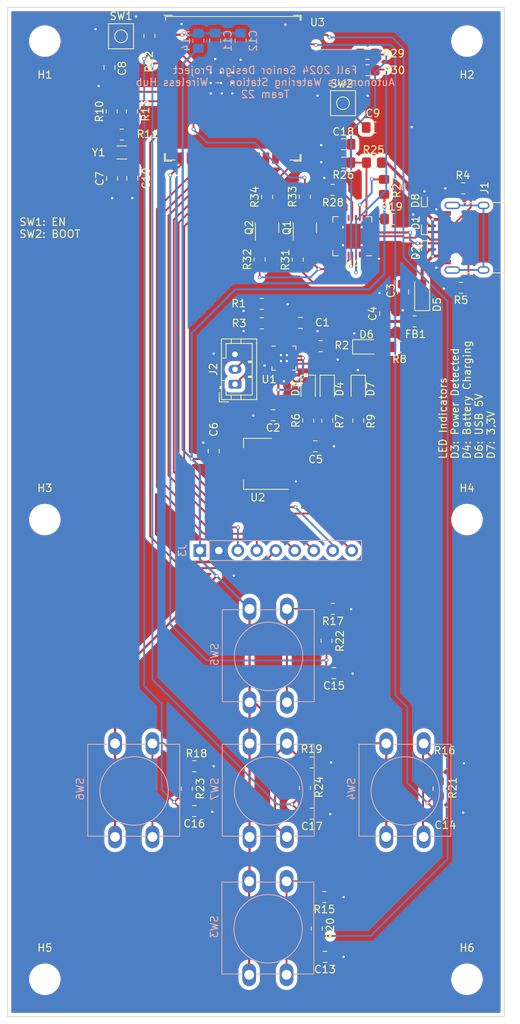
<source format=kicad_pcb>
(kicad_pcb (version 20211014) (generator pcbnew)
  (layers (0 "F.Cu" signal) (31 "B.Cu" signal) (34 "B.Paste" user) (35 "F.Paste" user) (36 "B.SilkS" user "B.Silkscreen") (37 "F.SilkS" user "F.Silkscreen") (38 "B.Mask" user) (39 "F.Mask" user) (44 "Edge.Cuts" user))
  (net 0 "")
  (net 1 "GND")
  (net 2 "+5V")
  (net 3 "5V_MASTER")
  (net 4 "VBUS")
  (net 5 "+3V3")
  (net 6 "Net-(C7-Pad1)")
  (net 7 "ENABLE")
  (net 8 "BOOT")
  (net 9 "Net-(C10-Pad1)")
  (net 10 "3.3V_EN")
  (net 11 "SWITCH0")
  (net 12 "SWITCH1")
  (net 13 "SWITCH2")
  (net 14 "SWITCH3")
  (net 15 "SWITCH4")
  (net 16 "Net-(C18-Pad2)")
  (net 17 "USB_D+")
  (net 18 "USB_D-")
  (net 19 "Net-(D3-Pad1)")
  (net 20 "Net-(D3-Pad2)")
  (net 21 "Net-(D4-Pad1)")
  (net 22 "Net-(D4-Pad2)")
  (net 23 "Net-(D5-Pad1)")
  (net 24 "Net-(D6-Pad2)")
  (net 25 "Net-(D7-Pad2)")
  (net 26 "unconnected-(J1-PadS1)")
  (net 27 "Net-(J1-PadA5)")
  (net 29 "Net-(J1-PadB5)")
  (net 31 "Net-(J2-Pad1)")
  (net 32 "Net-(J2-Pad2)")
  (net 33 "DISP.CS")
  (net 34 "DISP.RESET")
  (net 35 "DISP.DC")
  (net 36 "DISP.SDI")
  (net 37 "DISP.SCK")
  (net 38 "DISP.LED")
  (net 39 "Net-(Q1-Pad1)")
  (net 40 "RTS")
  (net 41 "Net-(Q1-Pad3)")
  (net 42 "Net-(Q2-Pad1)")
  (net 43 "DTR")
  (net 44 "Net-(Q2-Pad3)")
  (net 45 "Net-(R1-Pad1)")
  (net 46 "Net-(R2-Pad1)")
  (net 47 "Net-(R3-Pad1)")
  (net 48 "OSC+")
  (net 49 "OSC-")
  (net 50 "Net-(R15-Pad2)")
  (net 51 "Net-(R16-Pad2)")
  (net 52 "Net-(R17-Pad2)")
  (net 53 "Net-(R18-Pad2)")
  (net 54 "Net-(R19-Pad2)")
  (net 55 "Net-(R27-Pad2)")
  (net 56 "Net-(R28-Pad2)")
  (net 57 "Net-(R29-Pad2)")
  (net 58 "Net-(R30-Pad2)")
  (net 66 "DISP.SDO")
  (net 95 "UART_RX")
  (net 96 "ESP_RX")
  (footprint "Diode_SMD:D_SOD-123F" (layer "F.Cu") (at 133 63.85 90)
    (fp_text reference "D5")
    (fp_text value "40V")
  )
  (footprint "Connector_USB:USB_C_Receptacle_HRO_TYPE-C-31-M-12" (layer "F.Cu") (at 140.16 56.3 90)
    (fp_text reference "J1")
    (fp_text value "USB_C_Receptacle_USB2.0")
  )
  (footprint "Capacitor_SMD:C_0805_2012Metric_Pad1.18x1.45mm_HandSolder" (layer "F.Cu") (at 116.7 67.7 180)
    (fp_text reference "C1")
    (fp_text value "1u")
  )
  (footprint "Diode_SMD:D_SOD-923" (layer "F.Cu") (at 133.3 51.35 90)
    (fp_text reference "D8")
    (fp_text value "ESD9B5.0ST5G")
  )
  (footprint "Resistor_SMD:R_0805_2012Metric_Pad1.20x1.40mm_HandSolder" (layer "F.Cu") (at 111.55 65.15 180)
    (fp_text reference "R1")
    (fp_text value "4.12k")
  )
  (footprint "Capacitor_SMD:C_0805_2012Metric_Pad1.18x1.45mm_HandSolder" (layer "F.Cu") (at 128.05 66.45 90)
    (fp_text reference "C4")
    (fp_text value "0.1u")
  )
  (footprint "Resistor_SMD:R_0805_2012Metric_Pad1.20x1.40mm_HandSolder" (layer "F.Cu") (at 121.05 105.95 180)
    (fp_text reference "R17")
    (fp_text value "10k")
  )
  (footprint "Diode_SMD:D_SOD-923" (layer "F.Cu") (at 133.3 57.5 -90)
    (fp_text reference "D2")
    (fp_text value "ESD9B5.0ST5G")
  )
  (footprint "JLCPCB_Components:Switch_Small" (layer "F.Cu") (at 122.4 38.3)
    (fp_text reference "SW2")
    (fp_text value "SW_Push")
  )
  (footprint "Package_DFN_QFN:QFN-28-1EP_5x5mm_P0.5mm_EP3.35x3.35mm" (layer "F.Cu") (at 123.65 56.1 180)
    (fp_text reference "U4")
    (fp_text value "CP2102N-Axx-xQFN28")
  )
  (footprint "Resistor_SMD:R_0805_2012Metric_Pad1.20x1.40mm_HandSolder" (layer "F.Cu") (at 124.45 80.75 90)
    (fp_text reference "R9")
    (fp_text value "300")
  )
  (footprint "Resistor_SMD:R_0805_2012Metric_Pad1.20x1.40mm_HandSolder" (layer "F.Cu") (at 102.5 127 180)
    (fp_text reference "R18")
    (fp_text value "10k")
  )
  (footprint "Capacitor_SMD:C_0805_2012Metric_Pad1.18x1.45mm_HandSolder" (layer "F.Cu") (at 122.45 43.8)
    (fp_text reference "C18")
    (fp_text value "1u")
  )
  (footprint "Package_TO_SOT_SMD:SOT-23" (layer "F.Cu") (at 112.25 54.95 90)
    (fp_text reference "Q2")
    (fp_text value "BC818")
  )
  (footprint "Package_TO_SOT_SMD:SOT-23" (layer "F.Cu") (at 117.3 54.95 90)
    (fp_text reference "Q1")
    (fp_text value "BC818")
  )
  (footprint "LED_SMD:LED_0805_2012Metric_Pad1.15x1.40mm_HandSolder" (layer "F.Cu") (at 125.55 70.9)
    (fp_text reference "D6")
    (fp_text value "LED")
  )
  (footprint "Resistor_SMD:R_0805_2012Metric_Pad1.20x1.40mm_HandSolder" (layer "F.Cu") (at 101.5 130 90)
    (fp_text reference "R23")
    (fp_text value "10k")
  )
  (footprint "Diode_SMD:D_SOD-923" (layer "F.Cu") (at 133.3 55.1 90)
    (fp_text reference "D1")
    (fp_text value "ESD9B5.0ST5G")
  )
  (footprint "Resistor_SMD:R_0805_2012Metric_Pad1.20x1.40mm_HandSolder" (layer "F.Cu") (at 119.9 144.5 180)
    (fp_text reference "R15")
    (fp_text value "10k")
  )
  (footprint "Capacitor_SMD:C_0805_2012Metric_Pad1.18x1.45mm_HandSolder" (layer "F.Cu") (at 105.1 84.85 -90)
    (fp_text reference "C6")
    (fp_text value "1u")
  )
  (footprint "Capacitor_SMD:C_0805_2012Metric_Pad1.18x1.45mm_HandSolder" (layer "F.Cu") (at 121.2 114.55 180)
    (fp_text reference "C15")
    (fp_text value "1n")
  )
  (footprint "Resistor_SMD:R_0805_2012Metric_Pad1.20x1.40mm_HandSolder" (layer "F.Cu") (at 117.75 80.75 90)
    (fp_text reference "R6")
    (fp_text value "1.5k")
  )
  (footprint "Capacitor_SMD:C_0805_2012Metric_Pad1.18x1.45mm_HandSolder" (layer "F.Cu") (at 118.7 84.2)
    (fp_text reference "C5")
    (fp_text value "0.1u")
  )
  (footprint "Connector_JST:JST_PH_B3B-PH-K_1x03_P2.00mm_Vertical" (layer "F.Cu") (at 107.95 75.9 90)
    (fp_text reference "J2")
    (fp_text value "Conn_01x03")
  )
  (footprint "MountingHole:MountingHole_3.2mm_M3" (layer "F.Cu") (at 82.5 94)
    (fp_text reference "H3")
    (fp_text value "MountingHole")
  )
  (footprint "Resistor_SMD:R_0805_2012Metric_Pad1.20x1.40mm_HandSolder" (layer "F.Cu") (at 111.55 67.75 180)
    (fp_text reference "R3")
    (fp_text value "1.13k")
  )
  (footprint "Resistor_SMD:R_0805_2012Metric_Pad1.20x1.40mm_HandSolder" (layer "F.Cu") (at 96.5 29.3 90)
    (fp_text reference "R12")
    (fp_text value "10k")
  )
  (footprint "LED_SMD:LED_0805_2012Metric_Pad1.15x1.40mm_HandSolder" (layer "F.Cu") (at 124.45 76.55 -90)
    (fp_text reference "D7")
    (fp_text value "LED")
  )
  (footprint "Capacitor_SMD:C_0805_2012Metric_Pad1.18x1.45mm_HandSolder" (layer "F.Cu") (at 91.5 48.35 -90)
    (fp_text reference "C7")
    (fp_text value "15p")
  )
  (footprint "Resistor_SMD:R_0805_2012Metric_Pad1.20x1.40mm_HandSolder" (layer "F.Cu") (at 135.2 130 90)
    (fp_text reference "R21")
    (fp_text value "10k")
  )
  (footprint "Capacitor_SMD:C_0805_2012Metric_Pad1.18x1.45mm_HandSolder" (layer "F.Cu") (at 118.25 133.35 180)
    (fp_text reference "C17")
    (fp_text value "1n")
  )
  (footprint "Resistor_SMD:R_0805_2012Metric_Pad1.20x1.40mm_HandSolder" (layer "F.Cu") (at 132 67.5)
    (fp_text reference "FB1")
    (fp_text value "120 ohms")
  )
  (footprint "Package_DFN_QFN:VQFN-16-1EP_3x3mm_P0.5mm_EP1.6x1.6mm" (layer "F.Cu") (at 114.5 72.4)
    (fp_text reference "U1")
    (fp_text value "BQ24074RGT")
  )
  (footprint "Resistor_SMD:R_0805_2012Metric_Pad1.20x1.40mm_HandSolder" (layer "F.Cu") (at 136.1 126.6 180)
    (fp_text reference "R16")
    (fp_text value "10k")
  )
  (footprint "Capacitor_SMD:C_0805_2012Metric_Pad1.18x1.45mm_HandSolder" (layer "F.Cu") (at 129 53.8)
    (fp_text reference "C19")
    (fp_text value "10u")
  )
  (footprint "Resistor_SMD:R_0805_2012Metric_Pad1.20x1.40mm_HandSolder" (layer "F.Cu") (at 92.8 42.5)
    (fp_text reference "R11")
    (fp_text value "Optional")
  )
  (footprint "Resistor_SMD:R_0805_2012Metric_Pad1.20x1.40mm_HandSolder" (layer "F.Cu") (at 94.15 39.4 90)
    (fp_text reference "R13")
    (fp_text value "R")
  )
  (footprint "Resistor_SMD:R_0805_2012Metric_Pad1.20x1.40mm_HandSolder" (layer "F.Cu") (at 120.2 110.2 90)
    (fp_text reference "R22")
    (fp_text value "10k")
  )
  (footprint "Resistor_SMD:R_0805_2012Metric_Pad1.20x1.40mm_HandSolder" (layer "F.Cu") (at 118.2 126.5 180)
    (fp_text reference "R19")
    (fp_text value "10k")
  )
  (footprint "Resistor_SMD:R_0805_2012Metric_Pad1.20x1.40mm_HandSolder" (layer "F.Cu") (at 117.3 50.8 90)
    (fp_text reference "R33")
    (fp_text value "0")
  )
  (footprint "Resistor_SMD:R_0805_2012Metric_Pad1.20x1.40mm_HandSolder" (layer "F.Cu") (at 118.9 148.7 90)
    (fp_text reference "R20")
    (fp_text value "10k")
  )
  (footprint "Resistor_SMD:R_0805_2012Metric_Pad1.20x1.40mm_HandSolder" (layer "F.Cu") (at 125.7 33.9)
    (fp_text reference "R30")
    (fp_text value "0")
  )
  (footprint "Resistor_SMD:R_0805_2012Metric_Pad1.20x1.40mm_HandSolder" (layer "F.Cu") (at 125.7 31.7)
    (fp_text reference "R29")
    (fp_text value "0")
  )
  (footprint "Resistor_SMD:R_0805_2012Metric_Pad1.20x1.40mm_HandSolder" (layer "F.Cu") (at 126.55 46.25 180)
    (fp_text reference "R25")
    (fp_text value "22.1k")
  )
  (footprint "Capacitor_SMD:C_0805_2012Metric_Pad1.18x1.45mm_HandSolder" (layer "F.Cu") (at 136.1 133.2 180)
    (fp_text reference "C14")
    (fp_text value "1n")
  )
  (footprint "MountingHole:MountingHole_3.2mm_M3" (layer "F.Cu") (at 139 155.5)
    (fp_text reference "H6")
    (fp_text value "MountingHole")
  )
  (footprint "Resistor_SMD:R_0805_2012Metric_Pad1.20x1.40mm_HandSolder" (layer "F.Cu") (at 129.95 70.9 180)
    (fp_text reference "R8")
    (fp_text value "1.5k")
  )
  (footprint "Espressif:ESP32-S3-WROOM-1U" (layer "F.Cu") (at 107.65 36.15)
    (fp_text reference "U3")
    (fp_text value "ESP32-S3-WROOM-1")
  )
  (footprint "Resistor_SMD:R_0805_2012Metric_Pad1.20x1.40mm_HandSolder" (layer "F.Cu") (at 91.45 39.4 90)
    (fp_text reference "R10")
    (fp_text value "R")
  )
  (footprint "Resistor_SMD:R_0805_2012Metric_Pad1.20x1.40mm_HandSolder" (layer "F.Cu") (at 138.2 63 180)
    (fp_text reference "R5")
    (fp_text value "5.1k")
  )
  (footprint "Capacitor_SMD:C_0805_2012Metric_Pad1.18x1.45mm_HandSolder" (layer "F.Cu") (at 126.55 41.55 180)
    (fp_text reference "C9")
    (fp_text value "0.1u")
  )
  (footprint "Resistor_SMD:R_0805_2012Metric_Pad1.20x1.40mm_HandSolder" (layer "F.Cu") (at 119.4 70.8)
    (fp_text reference "R2")
    (fp_text value "1.18k")
  )
  (footprint "Resistor_SMD:R_0805_2012Metric_Pad1.20x1.40mm_HandSolder" (layer "F.Cu") (at 121 49.9)
    (fp_text reference "R28")
    (fp_text value "10k")
  )
  (footprint "LED_SMD:LED_0805_2012Metric_Pad1.15x1.40mm_HandSolder" (layer "F.Cu") (at 117.75 76.55 -90)
    (fp_text reference "D3")
    (fp_text value "LED")
  )
  (footprint "Resistor_SMD:R_0805_2012Metric_Pad1.20x1.40mm_HandSolder" (layer "F.Cu") (at 127.9 49.5 90)
    (fp_text reference "R27")
    (fp_text value "1k")
  )
  (footprint "Resistor_SMD:R_0805_2012Metric_Pad1.20x1.40mm_HandSolder" (layer "F.Cu") (at 112.25 50.85 90)
    (fp_text reference "R34")
    (fp_text value "0")
  )
  (footprint "Capacitor_SMD:C_0805_2012Metric_Pad1.18x1.45mm_HandSolder" (layer "F.Cu") (at 120 152.5 180)
    (fp_text reference "C13")
    (fp_text value "1n")
  )
  (footprint "Resistor_SMD:R_0805_2012Metric_Pad1.20x1.40mm_HandSolder" (layer "F.Cu") (at 122.45 46.25 180)
    (fp_text reference "R26")
    (fp_text value "47.5k")
  )
  (footprint "JLCPCB_Components:Switch_Small" (layer "F.Cu") (at 92.7 29.35)
    (fp_text reference "SW1")
    (fp_text value "SW_Push")
  )
  (footprint "Package_TO_SOT_SMD:SOT-223-3_TabPin2" (layer "F.Cu") (at 111 86.55 180)
    (fp_text reference "U2")
    (fp_text value "LD1117S33TR_SOT223")
  )
  (footprint "MountingHole:MountingHole_3.2mm_M3" (layer "F.Cu") (at 82.5 155.5)
    (fp_text reference "H5")
    (fp_text value "MountingHole")
  )
  (footprint "Capacitor_SMD:C_0805_2012Metric_Pad1.18x1.45mm_HandSolder" (layer "F.Cu") (at 94.2 48.35 -90)
    (fp_text reference "C10")
    (fp_text value "15p")
  )
  (footprint "Crystal:Crystal_SMD_3215-2Pin_3.2x1.5mm" (layer "F.Cu") (at 92.8 44.9)
    (fp_text reference "Y1")
    (fp_text value "32.768 kHz")
  )
  (footprint "Resistor_SMD:R_0805_2012Metric_Pad1.20x1.40mm_HandSolder" (layer "F.Cu") (at 116.35 59.25 90)
    (fp_text reference "R31")
    (fp_text value "10k")
  )
  (footprint "Capacitor_SMD:C_0805_2012Metric_Pad1.18x1.45mm_HandSolder" (layer "F.Cu") (at 113.05 80.05 180)
    (fp_text reference "C2")
    (fp_text value "4.7u")
  )
  (footprint "Capacitor_SMD:C_0805_2012Metric_Pad1.18x1.45mm_HandSolder" (layer "F.Cu") (at 130.45 63.55 -90)
    (fp_text reference "C3")
    (fp_text value "10u")
  )
  (footprint "Resistor_SMD:R_0805_2012Metric_Pad1.20x1.40mm_HandSolder" (layer "F.Cu") (at 111.25 59.2 90)
    (fp_text reference "R32")
    (fp_text value "10k")
  )
  (footprint "Capacitor_SMD:C_0805_2012Metric_Pad1.18x1.45mm_HandSolder" (layer "F.Cu") (at 91.15 33.55 90)
    (fp_text reference "C8")
    (fp_text value "0.1u")
  )
  (footprint "Capacitor_SMD:C_0805_2012Metric_Pad1.18x1.45mm_HandSolder" (layer "F.Cu") (at 102.5 133 180)
    (fp_text reference "C16")
    (fp_text value "1n")
  )
  (footprint "MountingHole:MountingHole_3.2mm_M3" (layer "F.Cu") (at 139 30)
    (fp_text reference "H2")
    (fp_text value "MountingHole")
  )
  (footprint "Resistor_SMD:R_0805_2012Metric_Pad1.20x1.40mm_HandSolder" (layer "F.Cu") (at 117.3 129.9 90)
    (fp_text reference "R24")
    (fp_text value "10k")
  )
  (footprint "Resistor_SMD:R_0805_2012Metric_Pad1.20x1.40mm_HandSolder" (layer "F.Cu") (at 120.3 80.75 90)
    (fp_text reference "R7")
    (fp_text value "1.5k")
  )
  (footprint "MountingHole:MountingHole_3.2mm_M3" (layer "F.Cu") (at 82.5 30)
    (fp_text reference "H1")
    (fp_text value "MountingHole")
  )
  (footprint "LED_SMD:LED_0805_2012Metric_Pad1.15x1.40mm_HandSolder" (layer "F.Cu") (at 120.3 76.55 -90)
    (fp_text reference "D4")
    (fp_text value "LED")
  )
  (footprint "MountingHole:MountingHole_3.2mm_M3" (layer "F.Cu") (at 139 94)
    (fp_text reference "H4")
    (fp_text value "MountingHole")
  )
  (footprint "Resistor_SMD:R_0805_2012Metric_Pad1.20x1.40mm_HandSolder" (layer "F.Cu") (at 138.5 49.7 180)
    (fp_text reference "R4")
    (fp_text value "5.1k")
  )
  (footprint "Resistor_SMD:R_0805_2012Metric_Pad1.20x1.40mm_HandSolder" (layer "B.Cu") (at 103.05 29.95 -90)
    (fp_text reference "R14")
    (fp_text value "0")
  )
  (footprint "Button_Switch_THT:SW_PUSH-12mm" (layer "B.Cu") (at 109.85 142.4 -90)
    (fp_text reference "SW3")
    (fp_text value "SW_Push")
  )
  (footprint "Button_Switch_THT:SW_PUSH-12mm" (layer "B.Cu") (at 128.2 123.96 -90)
    (fp_text reference "SW4")
    (fp_text value "SW_Push")
  )
  (footprint "Button_Switch_THT:SW_PUSH-12mm" (layer "B.Cu") (at 109.9 123.96 -90)
    (fp_text reference "SW7")
    (fp_text value "SW_Push")
  )
  (footprint "Connector_PinHeader_2.54mm:PinHeader_1x09_P2.54mm_Vertical" (layer "B.Cu") (at 103.25 98.15 -90)
    (fp_text reference "J3")
    (fp_text value "Conn_01x09_Male")
  )
  (footprint "Button_Switch_THT:SW_PUSH-12mm" (layer "B.Cu") (at 109.9 105.96 -90)
    (fp_text reference "SW5")
    (fp_text value "SW_Push")
  )
  (footprint "Button_Switch_THT:SW_PUSH-12mm" (layer "B.Cu") (at 91.9 123.96 -90)
    (fp_text reference "SW6")
    (fp_text value "SW_Push")
  )
  (footprint "Capacitor_SMD:C_0805_2012Metric_Pad1.18x1.45mm_HandSolder" (layer "B.Cu") (at 108.7 29.95 90)
    (fp_text reference "C12")
    (fp_text value "0.1u")
  )
  (footprint "Capacitor_SMD:C_0805_2012Metric_Pad1.18x1.45mm_HandSolder" (layer "B.Cu") (at 105.3 29.95 90)
    (fp_text reference "C11")
    (fp_text value "22u")
  )
  (gr_rect (start 77.5 25.5) (end 144 160.5) (layer "Edge.Cuts") (width 0.1) (fill none))
  (gr_text "Fall 2024 Senior Design Project\nAutonomous Watering Station - Wireless Hub\nTeam 22" (at 112 35.5) (layer "B.SilkS") (effects (font (size 1 1)) (justify mirror)))
  (gr_text "SW1: EN\nSW2: BOOT" (at 79 55) (layer "F.SilkS") (effects (font (size 1 1)) (justify left)))
  (gr_text "LED Indicators\nD3: Power Detected\nD4: Battery Charging\nD6: USB 5V\nD7: 3,3V" (at 139 86 90) (layer "F.SilkS") (effects (font (size 1 1)) (justify left)))
  (segment (start 103.5375 133) (end 104.8 133) (width 0.25) (layer "F.Cu") (net 1))
  (segment (start 124.525 70.9) (end 124.525 69.725) (width 0.25) (layer "F.Cu") (net 1))
  (segment (start 123.45 105.95) (end 123.5 106) (width 0.25) (layer "F.Cu") (net 1))
  (segment (start 114.25 73.8375) (end 114.25 75.25) (width 0.25) (layer "F.Cu") (net 1))
  (segment (start 133.3 50.93) (end 133.3 50.1) (width 0.25) (layer "F.Cu") (net 1))
  (segment (start 130.45 64.5875) (end 130.45 65.95) (width 0.25) (layer "F.Cu") (net 1))
  (segment (start 94.7 28.3) (end 94.65 28.35) (width 0.25) (layer "F.Cu") (net 1))
  (segment (start 120.4 70.8) (end 120.4 71.3) (width 0.25) (layer "F.Cu") (net 1))
  (segment (start 135.365 60.3) (end 136.115 59.55) (width 0.25) (layer "F.Cu") (net 1))
  (segment (start 124.45 75.525) (end 124.45 74.05) (width 0.25) (layer "F.Cu") (net 1))
  (segment (start 116.2 74.3) (end 115.5 74.3) (width 0.25) (layer "F.Cu") (net 1))
  (segment (start 111.9 73.4) (end 112.1 73.4) (width 0.25) (layer "F.Cu") (net 1))
  (segment (start 127.2 57.252672) (end 127.2 59.1) (width 0.25) (layer "F.Cu") (net 1))
  (segment (start 126.1 56.6) (end 126.15048 56.65048) (width 0.25) (layer "F.Cu") (net 1))
  (segment (start 105.1 71.8) (end 105.2 71.9) (width 0.25) (layer "F.Cu") (net 1))
  (segment (start 94.7 26.7) (end 94.7 28.3) (width 0.25) (layer "F.Cu") (net 1))
  (segment (start 105.2 71.9) (end 107.95 71.9) (width 0.25) (layer "F.Cu") (net 1))
  (segment (start 120.45 37.3) (end 124.35 37.3) (width 0.25) (layer "F.Cu") (net 1))
  (segment (start 137.1375 133.2) (end 138.5 133.2) (width 0.25) (layer "F.Cu") (net 1))
  (segment (start 89.35 28.35) (end 89.3 28.4) (width 0.25) (layer "F.Cu") (net 1))
  (segment (start 109.1 66.1) (end 109.6 66.1) (width 0.25) (layer "F.Cu") (net 1))
  (segment (start 120.45 37.3) (end 119 37.3) (width 0.25) (layer "F.Cu") (net 1))
  (segment (start 128.05 65.4125) (end 128.05 64.45) (width 0.25) (layer "F.Cu") (net 1))
  (segment (start 133.3 57.92) (end 133.08 57.92) (width 0.25) (layer "F.Cu") (net 1))
  (segment (start 109.1 68.8) (end 109.5 68.8) (width 0.25) (layer "F.Cu") (net 1))
  (segment (start 133.08 54.68) (end 132.5 54.1) (width 0.25) (layer "F.Cu") (net 1))
  (segment (start 120.65 133.35) (end 120.7 133.4) (width 0.25) (layer "F.Cu") (net 1))
  (segment (start 119 68.8) (end 118.8375 68.8) (width 0.25) (layer "F.Cu") (net 1))
  (segment (start 120.9 144.5) (end 122.5 144.5) (width 0.25) (layer "F.Cu") (net 1))
  (segment (start 119.2875 133.35) (end 120.65 133.35) (width 0.25) (layer "F.Cu") (net 1))
  (segment (start 100.8 27.7) (end 99.09 27.7) (width 0.25) (layer "F.Cu") (net 1))
  (segment (start 116.05 88.85) (end 116.1 88.9) (width 0.25) (layer "F.Cu") (net 1))
  (segment (start 133.08 57.92) (end 132.3 58.7) (width 0.25) (layer "F.Cu") (net 1))
  (segment (start 114.75 65.45) (end 115 65.2) (width 0.25) (layer "F.Cu") (net 1))
  (segment (start 135.45 53.05) (end 134.9 52.5) (width 0.25) (layer "F.Cu") (net 1))
  (segment (start 105.1 83.8125) (end 103.8125 83.8125) (width 0.25) (layer "F.Cu") (net 1))
  (segment (start 112.0125 80.05) (end 110.45 80.05) (width 0.25) (layer "F.Cu") (net 1))
  (segment (start 118.8375 68.8) (end 117.7375 67.7) (width 0.25) (layer "F.Cu") (net 1))
  (segment (start 104.8 133) (end 104.9 133.1) (width 0.25) (layer "F.Cu") (net 1))
  (segment (start 126.15048 56.65048) (end 126.597808 56.65048) (width 0.25) (layer "F.Cu") (net 1))
  (segment (start 114.15 88.85) (end 116.05 88.85) (width 0.25) (layer "F.Cu") (net 1))
  (segment (start 103.5 127) (end 105.1 127) (width 0.25) (layer "F.Cu") (net 1))
  (segment (start 103.8125 83.8125) (end 103.7 83.7) (width 0.25) (layer "F.Cu") (net 1))
  (segment (start 91.15 34.5875) (end 91.1125 34.5875) (width 0.25) (layer "F.Cu") (net 1))
  (segment (start 114.79 27.89) (end 114.7 27.8) (width 0.25) (layer "F.Cu") (net 1))
  (segment (start 136 63) (end 135.9 63.1) (width 0.25) (layer "F.Cu") (net 1))
  (segment (start 137.1 126.6) (end 138.6 126.6) (width 0.25) (layer "F.Cu") (net 1))
  (segment (start 130.0375 53.8) (end 131.2 53.8) (width 0.25) (layer "F.Cu") (net 1))
  (segment (start 131.55 41.55) (end 127.5875 41.55) (width 0.25) (layer "F.Cu") (net 1))
  (segment (start 109.5 68.8) (end 110.55 67.75) (width 0.25) (layer "F.Cu") (net 1))
  (segment (start 130.45 65.95) (end 130.4 66) (width 0.25) (layer "F.Cu") (net 1))
  (segment (start 137.5 49.7) (end 136.1 49.7) (width 0.25) (layer "F.Cu") (net 1))
  (segment (start 94.2 49.3875) (end 94.2 51) (width 0.25) (layer "F.Cu") (net 1))
  (segment (start 122.2375 114.55) (end 123.65 114.55) (width 0.25) (layer "F.Cu") (net 1))
  (segment (start 109.6 66.1) (end 110.55 65.15) (width 0.25) (layer "F.Cu") (net 1))
  (segment (start 121.4 46.2) (end 121.45 46.25) (width 0.25) (layer "F.Cu") (net 1))
  (segment (start 136.115 53.05) (end 135.45 53.05) (width 0.25) (layer "F.Cu") (net 1))
  (segment (start 119.5 46.2) (end 121.4 46.2) (width 0.25) (layer "F.Cu") (net 1))
  (segment (start 99.09 27.7) (end 98.9 27.89) (width 0.25) (layer "F.Cu") (net 1))
  (segment (start 112.35 73.15) (end 113.0625 73.15) (width 0.25) (layer "F.Cu") (net 1))
  (segment (start 120 49.9) (end 120 48.4) (width 0.25) (layer "F.Cu") (net 1))
  (segment (start 115.5 74.3) (end 115.25 74.05) (width 0.25) (layer "F.Cu") (net 1))
  (segment (start 133.3 54.68) (end 133.08 54.68) (width 0.25) (layer "F.Cu") (net 1))
  (segment (start 131.2 53.8) (end 131.8 53.2) (width 0.25) (layer "F.Cu") (net 1))
  (segment (start 116.4 27.89) (end 114.79 27.89) (width 0.25) (layer "F.Cu") (net 1))
  (segment (start 114.25 75.25) (end 114.5 75.5) (width 0.25) (layer "F.Cu") (net 1))
  (segment (start 128.05 64.45) (end 127.3 63.7) (width 0.25) (layer "F.Cu") (net 1))
  (segment (start 119.2 126.5) (end 120.8 126.5) (width 0.25) (layer "F.Cu") (net 1))
  (segment (start 124.35 37.3) (end 125.7 37.3) (width 0.25) (layer "F.Cu") (net 1))
  (segment (start 120 48.4) (end 119.9 48.3) (width 0.25) (layer "F.Cu") (net 1))
  (segment (start 119.7375 84.2) (end 121.2 84.2) (width 0.25) (layer "F.Cu") (net 1))
  (segment (start 119.6 43.8) (end 119.5 43.9) (width 0.25) (layer "F.Cu") (net 1))
  (segment (start 121.0375 152.5) (end 122.5 152.5) (width 0.25) (layer "F.Cu") (net 1))
  (segment (start 123.65 114.55) (end 123.7 114.6) (width 0.25) (layer "F.Cu") (net 1))
  (segment (start 121.4125 43.8) (end 119.6 43.8) (width 0.25) (layer "F.Cu") (net 1))
  (segment (start 124.45 74.05) (end 124.4 74) (width 0.25) (layer "F.Cu") (net 1))
  (segment (start 91.1125 34.5875) (end 89.7 36) (width 0.25) (layer "F.Cu") (net 1))
  (segment (start 114.75 70.9625) (end 114.75 65.45) (width 0.25) (layer "F.Cu") (net 1))
  (segment (start 120.4 71.3) (end 121.7 72.6) (width 0.25) (layer "F.Cu") (net 1))
  (segment (start 126.597808 56.65048) (end 127.2 57.252672) (width 0.25) (layer "F.Cu") (net 1))
  (segment (start 91.5 51) (end 91.5 49.3875) (width 0.25) (layer "F.Cu") (net 1))
  (segment (start 124.525 69.725) (end 123.9 69.1) (width 0.25) (layer "F.Cu") (net 1))
  (segment (start 112.1 73.4) (end 112.35 73.15) (width 0.25) (layer "F.Cu") (net 1))
  (segment (start 137.2 63) (end 136 63) (width 0.25) (layer "F.Cu") (net 1))
  (segment (start 110.45 80.05) (end 110.4 80.1) (width 0.25) (layer "F.Cu") (net 1))
  (segment (start 131.6 41.5) (end 131.55 41.55) (width 0.25) (layer "F.Cu") (net 1))
  (segment (start 90.75 28.35) (end 89.35 28.35) (width 0.25) (layer "F.Cu") (net 1))
  (segment (start 90.75 28.35) (end 94.65 28.35) (width 0.25) (layer "F.Cu") (net 1))
  (segment (start 115.25 74.05) (end 115.25 73.8375) (width 0.25) (layer "F.Cu") (net 1))
  (segment (start 134.9 60.3) (end 135.365 60.3) (width 0.25) (layer "F.Cu") (net 1))
  (segment (start 122.05 105.95) (end 123.45 105.95) (width 0.25) (layer "F.Cu") (net 1))
  (via (at 110.4 80.1) (size 0.5) (drill 0.3) (layers "F.Cu" "B.Cu") (net 1))
  (via (at 109.1 66.1) (size 0.5) (drill 0.3) (layers "F.Cu" "B.Cu") (net 1))
  (via (at 100.8 27.7) (size 0.5) (drill 0.3) (layers "F.Cu" "B.Cu") (net 1))
  (via (at 114.1 72.8) (size 0.5) (drill 0.3) (layers "F.Cu" "B.Cu") (net 1))
  (via (at 122.4 57.3) (size 0.5) (drill 0.3) (layers "F.Cu" "B.Cu") (net 1))
  (via (at 125.7 37.3) (size 0.5) (drill 0.3) (layers "F.Cu" "B.Cu") (net 1))
  (via (at 106.2 37) (size 0.5) (drill 0.3) (layers "F.Cu" "B.Cu") (net 1))
  (via (at 132.3 58.7) (size 0.5) (drill 0.3) (layers "F.Cu" "B.Cu") (net 1))
  (via (at 104.7 34.2) (size 0.5) (drill 0.3) (layers "F.Cu" "B.Cu") (net 1))
  (via (at 106.1 35.6) (size 0.5) (drill 0.3) (layers "F.Cu" "B.Cu") (net 1))
  (via (at 124.9 54.9) (size 0.5) (drill 0.3) (layers "F.Cu" "B.Cu") (net 1))
  (via (at 89.7 36) (size 0.5) (drill 0.3) (layers "F.Cu" "B.Cu") (net 1))
  (via (at 105.1 127) (size 0.5) (drill 0.3) (layers "F.Cu" "B.Cu") (net 1))
  (via (at 109.1 68.8) (size 0.5) (drill 0.3) (layers "F.Cu" "B.Cu") (net 1))
  (via (at 119 68.8) (size 0.5) (drill 0.3) (layers "F.Cu" "B.Cu") (net 1))
  (via (at 135.9 63.1) (size 0.5) (drill 0.3) (layers "F.Cu" "B.Cu") (net 1))
  (via (at 107.6 35.6) (size 0.5) (drill 0.3) (layers "F.Cu" "B.Cu") (net 1))
  (via (at 134.9 52.5) (size 0.5) (drill 0.3) (layers "F.Cu" "B.Cu") (net 1))
  (via (at 134.9 60.3) (size 0.5) (drill 0.3) (layers "F.Cu" "B.Cu") (net 1))
  (via (at 122.5 144.5) (size 0.5) (drill 0.3) (layers "F.Cu" "B.Cu") (net 1))
  (via (at 91.5 51) (size 0.5) (drill 0.3) (layers "F.Cu" "B.Cu") (net 1))
  (via (at 138.5 133.2) (size 0.5) (drill 0.3) (layers "F.Cu" "B.Cu") (net 1))
  (via (at 123.5 106) (size 0.5) (drill 0.3) (layers "F.Cu" "B.Cu") (net 1))
  (via (at 104.9 133.1) (size 0.5) (drill 0.3) (layers "F.Cu" "B.Cu") (net 1))
  (via (at 105.3 32.4) (size 0.5) (drill 0.3) (layers "F.Cu" "B.Cu") (net 1))
  (via (at 115 65.2) (size 0.5) (drill 0.3) (layers "F.Cu" "B.Cu") (net 1))
  (via (at 114.9 72) (size 0.5) (drill 0.3) (layers "F.Cu" "B.Cu") (net 1))
  (via (at 111.9 73.4) (size 0.5) (drill 0.3) (layers "F.Cu" "B.Cu") (net 1))
  (via (at 89.3 28.4) (size 0.5) (drill 0.3) (layers "F.Cu" "B.Cu") (net 1))
  (via (at 124.4 74) (size 0.5) (drill 0.3) (layers "F.Cu" "B.Cu") (net 1))
  (via (at 116.2 74.3) (size 0.5) (drill 0.3) (layers "F.Cu" "B.Cu") (net 1))
  (via (at 121.7 72.6) (size 0.5) (drill 0.3) (layers "F.Cu" "B.Cu") (net 1))
  (via (at 107.6 37) (size 0.5) (drill 0.3) (layers "F.Cu" "B.Cu") (net 1))
  (via (at 103.7 83.7) (size 0.5) (drill 0.3) (layers "F.Cu" "B.Cu") (net 1))
  (via (at 138.6 126.6) (size 0.5) (drill 0.3) (layers "F.Cu" "B.Cu") (net 1))
  (via (at 123.9 69.1) (size 0.5) (drill 0.3) (layers "F.Cu" "B.Cu") (net 1))
  (via (at 136.1 49.7) (size 0.5) (drill 0.3) (layers "F.Cu" "B.Cu") (net 1))
  (via (at 107.6 34.2) (size 0.5) (drill 0.3) (layers "F.Cu" "B.Cu") (net 1))
  (via (at 130.4 66) (size 0.5) (drill 0.3) (layers "F.Cu" "B.Cu") (net 1))
  (via (at 105.1 71.8) (size 0.5) (drill 0.3) (layers "F.Cu" "B.Cu") (net 1))
  (via (at 119 37.3) (size 0.5) (drill 0.3) (layers "F.Cu" "B.Cu") (net 1))
  (via (at 122.4 54.9) (size 0.5) (drill 0.3) (layers "F.Cu" "B.Cu") (net 1))
  (via (at 116.1 88.9) (size 0.5) (drill 0.3) (layers "F.Cu" "B.Cu") (net 1))
  (via (at 107.8 101.5) (size 0.5) (drill 0.3) (layers "F.Cu" "B.Cu") (net 1))
  (via (at 119.9 48.3) (size 0.5) (drill 0.3) (layers "F.Cu" "B.Cu") (net 1))
  (via (at 119.5 46.2) (size 0.5) (drill 0.3) (layers "F.Cu" "B.Cu") (net 1))
  (via (at 121.2 84.2) (size 0.5) (drill 0.3) (layers "F.Cu" "B.Cu") (net 1))
  (via (at 122.5 152.5) (size 0.5) (drill 0.3) (layers "F.Cu" "B.Cu") (net 1))
  (via (at 114.1 72) (size 0.5) (drill 0.3) (layers "F.Cu" "B.Cu") (net 1))
  (via (at 133.3 50.1) (size 0.5) (drill 0.3) (layers "F.Cu" "B.Cu") (net 1))
  (via (at 114.7 27.8) (size 0.5) (drill 0.3) (layers "F.Cu" "B.Cu") (net 1))
  (via (at 132.5 54.1) (size 0.5) (drill 0.3) (layers "F.Cu" "B.Cu") (net 1))
  (via (at 124.9 57.3) (size 0.5) (drill 0.3) (layers "F.Cu" "B.Cu") (net 1))
  (via (at 104.7 35.6) (size 0.5) (drill 0.3) (layers "F.Cu" "B.Cu") (net 1))
  (via (at 114.5 75.5) (size 0.5) (drill 0.3) (layers "F.Cu" "B.Cu") (net 1))
  (via (at 106.1 34.2) (size 0.5) (drill 0.3) (layers "F.Cu" "B.Cu") (net 1))
  (via (at 108.7 32.5) (size 0.5) (drill 0.3) (layers "F.Cu" "B.Cu") (net 1))
  (via (at 127.2 59.1) (size 0.5) (drill 0.3) (layers "F.Cu" "B.Cu") (net 1))
  (via (at 114.9 72.8) (size 0.5) (drill 0.3) (layers "F.Cu" "B.Cu") (net 1))
  (via (at 119.5 43.9) (size 0.5) (drill 0.3) (layers "F.Cu" "B.Cu") (net 1))
  (via (at 94.2 51) (size 0.5) (drill 0.3) (layers "F.Cu" "B.Cu") (net 1))
  (via (at 94.7 26.7) (size 0.5) (drill 0.3) (layers "F.Cu" "B.Cu") (net 1))
  (via (at 120.7 133.4) (size 0.5) (drill 0.3) (layers "F.Cu" "B.Cu") (net 1))
  (via (at 104.7 37) (size 0.5) (drill 0.3) (layers "F.Cu" "B.Cu") (net 1))
  (via (at 123.7 114.6) (size 0.5) (drill 0.3) (layers "F.Cu" "B.Cu") (net 1))
  (via (at 131.6 41.5) (size 0.5) (drill 0.3) (layers "F.Cu" "B.Cu") (net 1))
  (via (at 127.3 63.7) (size 0.5) (drill 0.3) (layers "F.Cu" "B.Cu") (net 1))
  (via (at 120.8 126.5) (size 0.5) (drill 0.3) (layers "F.Cu" "B.Cu") (net 1))
  (via (at 131.8 53.2) (size 0.5) (drill 0.3) (layers "F.Cu" "B.Cu") (net 1))
  (segment (start 105.79 99.49) (end 107.8 101.5) (width 0.25) (layer "B.Cu") (net 1))
  (segment (start 108.7 32.5) (end 108.7 30.9875) (width 0.25) (layer "B.Cu") (net 1))
  (segment (start 105.79 98.15) (end 105.79 99.49) (width 0.25) (layer "B.Cu") (net 1))
  (segment (start 105.3 32.4) (end 105.3 30.9875) (width 0.25) (layer "B.Cu") (net 1))
  (segment (start 122.2375 67.4875) (end 120.55 65.8) (width 0.4) (layer "F.Cu") (net 2))
  (segment (start 128.05 67.4875) (end 122.2375 67.4875) (width 0.4) (layer "F.Cu") (net 2))
  (segment (start 131 67.5) (end 131 70.85) (width 0.4) (layer "F.Cu") (net 2))
  (segment (start 131 70.85) (end 130.95 70.9) (width 0.4) (layer "F.Cu") (net 2))
  (segment (start 128.0625 67.5) (end 128.05 67.4875) (width 0.4) (layer "F.Cu") (net 2))
  (segment (start 120.55 65.8) (end 117.5625 65.8) (width 0.4) (layer "F.Cu") (net 2))
  (segment (start 131 67.5) (end 128.0625 67.5) (width 0.4) (layer "F.Cu") (net 2))
  (segment (start 117.5625 65.8) (end 115.6625 67.7) (width 0.4) (layer "F.Cu") (net 2))
  (segment (start 115.6625 67.7) (end 115.27452 68.08798) (width 0.4) (layer "F.Cu") (net 2))
  (segment (start 115.27452 68.08798) (end 115.27452 70.9625) (width 0.4) (layer "F.Cu") (net 2))
  (segment (start 116.8 72.15) (end 117.05 72.4) (width 0.3) (layer "F.Cu") (net 3))
  (segment (start 117.6125 84.25) (end 114.15 84.25) (width 0.3) (layer "F.Cu") (net 3))
  (segment (start 115.9375 72.15) (end 116.8 72.15) (width 0.3) (layer "F.Cu") (net 3))
  (segment (start 113.75 79.7125) (end 114.0875 80.05) (width 0.3) (layer "F.Cu") (net 3))
  (segment (start 120.3 81.977151) (end 118.077151 84.2) (width 0.3) (layer "F.Cu") (net 3))
  (segment (start 117.6625 84.2) (end 117.6125 84.25) (width 0.3) (layer "F.Cu") (net 3))
  (segment (start 118.077151 84.2) (end 117.6625 84.2) (width 0.3) (layer "F.Cu") (net 3))
  (segment (start 115.9375 72.65) (end 116.8 72.65) (width 0.3) (layer "F.Cu") (net 3))
  (segment (start 114.15 80.1125) (end 114.0875 80.05) (width 0.3) (layer "F.Cu") (net 3))
  (segment (start 116.8 72.65) (end 117.05 72.4) (width 0.3) (layer "F.Cu") (net 3))
  (segment (start 120.3 81.75) (end 120.3 81.977151) (width 0.3) (layer "F.Cu") (net 3))
  (segment (start 113.75 73.8375) (end 113.75 76.65) (width 0.3) (layer "F.Cu") (net 3))
  (segment (start 117.75 84.1125) (end 117.6625 84.2) (width 0.3) (layer "F.Cu") (net 3))
  (segment (start 113.75 76.65) (end 113.75 79.7125) (width 0.3) (layer "F.Cu") (net 3))
  (segment (start 117.75 81.75) (end 117.75 84.1125) (width 0.3) (layer "F.Cu") (net 3))
  (segment (start 114.15 84.25) (end 114.15 80.1125) (width 0.3) (layer "F.Cu") (net 3))
  (via (at 117.05 72.4) (size 0.5) (drill 0.3) (layers "F.Cu" "B.Cu") (net 3))
  (via (at 113.75 76.65) (size 0.5) (drill 0.3) (layers "F.Cu" "B.Cu") (net 3))
  (segment (start 117.05 74.85) (end 115.25 76.65) (width 0.3) (layer "B.Cu") (net 3))
  (segment (start 117.05 72.4) (end 117.05 74.85) (width 0.3) (layer "B.Cu") (net 3))
  (segment (start 115.25 76.65) (end 113.75 76.65) (width 0.3) (layer "B.Cu") (net 3))
  (segment (start 134.4 53.85) (end 133.3 52.75) (width 0.4) (layer "F.Cu") (net 4))
  (segment (start 136.115 53.85) (end 134.4 53.85) (width 0.4) (layer "F.Cu") (net 4))
  (segment (start 134.4 58.8) (end 133 60.2) (width 0.4) (layer "F.Cu") (net 4))
  (segment (start 133 62.45) (end 130.5125 62.45) (width 0.4) (layer "F.Cu") (net 4))
  (segment (start 133.3 51.77) (end 133.035978 51.77) (width 0.4) (layer "F.Cu") (net 4))
  (segment (start 128.25 46.25) (end 127.55 46.25) (width 0.4) (layer "F.Cu") (net 4))
  (segment (start 136.115 58.75) (end 134.45 58.75) (width 0.4) (layer "F.Cu") (net 4))
  (segment (start 130.95 48.95) (end 128.25 46.25) (width 0.4) (layer "F.Cu") (net 4))
  (segment (start 130.5125 62.45) (end 130.45 62.5125) (width 0.4) (layer "F.Cu") (net 4))
  (segment (start 133 60.2) (end 133 62.45) (width 0.4) (layer "F.Cu") (net 4))
  (segment (start 133.035978 51.77) (end 130.95 49.684022) (width 0.4) (layer "F.Cu") (net 4))
  (segment (start 134.45 58.75) (end 134.4 58.8) (width 0.4) (layer "F.Cu") (net 4))
  (segment (start 133.3 52.75) (end 133.3 51.77) (width 0.4) (layer "F.Cu") (net 4))
  (segment (start 130.95 49.684022) (end 130.95 48.95) (width 0.4) (layer "F.Cu") (net 4))
  (via (at 134.4 53.85) (size 0.5) (drill 0.3) (layers "F.Cu" "B.Cu") (net 4))
  (via (at 134.4 58.8) (size 0.5) (drill 0.3) (layers "F.Cu" "B.Cu") (net 4))
  (segment (start 134.4 53.85) (end 134.4 58.8) (width 0.4) (layer "B.Cu") (net 4))
  (segment (start 127.95 52.15) (end 127.95 53.7875) (width 0.3) (layer "F.Cu") (net 5))
  (segment (start 110.56 118.46) (end 113.3 121.2) (width 0.3) (layer "F.Cu") (net 5))
  (segment (start 114.15 86.55) (end 121.6 86.55) (width 0.3) (layer "F.Cu") (net 5))
  (segment (start 127.95 50.55) (end 127.9 50.5) (width 0.3) (layer "F.Cu") (net 5))
  (segment (start 119.2 121.2) (end 121.96 123.96) (width 0.3) (layer "F.Cu") (net 5))
  (segment (start 127.95 53.7875) (end 127.9625 53.8) (width 0.3) (layer "F.Cu") (net 5))
  (segment (start 113.3 121.2) (end 119.2 121.2) (width 0.3) (layer "F.Cu") (net 5))
  (segment (start 109.9 142.35) (end 109.85 142.4) (width 0.3) (layer "F.Cu") (net 5))
  (segment (start 109.9 118.46) (end 110.56 118.46) (width 0.3) (layer "F.Cu") (net 5))
  (segment (start 109.9 105.96) (end 109.9 118.46) (width 0.3) (layer "F.Cu") (net 5))
  (segment (start 114.15 86.55) (end 107.85 86.55) (width 0.3) (layer "F.Cu") (net 5))
  (segment (start 105.1 85.8875) (end 102.1875 85.8875) (width 0.3) (layer "F.Cu") (net 5))
  (segment (start 107.85 86.55) (end 105.7625 86.55) (width 0.3) (layer "F.Cu") (net 5))
  (segment (start 91.9 123.96) (end 91.9 115.15) (width 0.3) (layer "F.Cu") (net 5))
  (segment (start 126.1 55.1) (end 126.1 54.6) (width 0.3) (layer "F.Cu") (net 5))
  (segment (start 127.95 52.15) (end 127.95 50.55) (width 0.3) (layer "F.Cu") (net 5))
  (segment (start 109.9 136.46) (end 109.9 123.96) (width 0.3) (layer "F.Cu") (net 5))
  (segment (start 91.9 115.15) (end 105.495 101.555) (width 0.3) (layer "F.Cu") (net 5))
  (segment (start 124.45 83.7) (end 124.45 81.75) (width 0.3) (layer "F.Cu") (net 5))
  (segment (start 102.1875 85.8875) (end 102.15 85.85) (width 0.3) (layer "F.Cu") (net 5))
  (segment (start 109.85 142.4) (end 109.85 154.9) (width 0.3) (layer "F.Cu") (net 5))
  (segment (start 128.2 123.96) (end 121.96 123.96) (width 0.3) (layer "F.Cu") (net 5))
  (segment (start 109.9 118.46) (end 109.9 123.96) (width 0.3) (layer "F.Cu") (net 5))
  (segment (start 128.2 123.96) (end 128.2 136.46) (width 0.3) (layer "F.Cu") (net 5))
  (segment (start 105.7625 86.55) (end 105.1 85.8875) (width 0.3) (layer "F.Cu") (net 5))
  (segment (start 126.9 53.8) (end 126.1 54.6) (width 0.3) (layer "F.Cu") (net 5))
  (segment (start 109.9 136.46) (end 109.9 142.35) (width 0.3) (layer "F.Cu") (net 5))
  (segment (start 91.9 123.96) (end 91.9 136.46) (width 0.3) (layer "F.Cu") (net 5))
  (segment (start 121.6 86.55) (end 124.45 83.7) (width 0.3) (layer "F.Cu") (net 5))
  (segment (start 127.9625 53.8) (end 126.9 53.8) (width 0.3) (layer "F.Cu") (net 5))
  (via (at 102.15 85.85) (size 0.5) (drill 0.3) (layers "F.Cu" "B.Cu") (net 5))
  (via (at 105.495 101.555) (size 0.5) (drill 0.3) (layers "F.Cu" "B.Cu") (net 5))
  (via (at 127.95 52.15) (size 0.5) (drill 0.3) (layers "F.Cu" "B.Cu") (net 5))
  (segment (start 127.95 61.15) (end 125.9 63.2) (width 0.3) (layer "B.Cu") (net 5))
  (segment (start 102.15 85.85) (end 103.25 86.95) (width 0.3) (layer "B.Cu") (net 5))
  (segment (start 103.05 30.95) (end 100.95 33.05) (width 0.3) (layer "B.Cu") (net 5))
  (segment (start 108 63.2) (end 102.15 69.05) (width 0.3) (layer "B.Cu") (net 5))
  (segment (start 103.25 99.31) (end 105.495 101.555) (width 0.3) (layer "B.Cu") (net 5))
  (segment (start 100.95 84.65) (end 102.15 85.85) (width 0.3) (layer "B.Cu") (net 5))
  (segment (start 100.95 33.05) (end 100.95 84.65) (width 0.3) (layer "B.Cu") (net 5))
  (segment (start 103.25 86.95) (end 103.25 98.15) (width 0.3) (layer "B.Cu") (net 5))
  (segment (start 105.495 101.555) (end 109.9 105.96) (width 0.3) (layer "B.Cu") (net 5))
  (segment (start 102.15 69.05) (end 102.15 85.85) (width 0.3) (layer "B.Cu") (net 5))
  (segment (start 125.9 63.2) (end 108 63.2) (width 0.3) (layer "B.Cu") (net 5))
  (segment (start 127.95 52.15) (end 127.95 61.15) (width 0.3) (layer "B.Cu") (net 5))
  (segment (start 103.25 98.15) (end 103.25 99.31) (width 0.3) (layer "B.Cu") (net 5))
  (segment (start 91.45 40.4) (end 91.45 42.15) (width 0.25) (layer "F.Cu") (net 6))
  (segment (start 91.8 42.5) (end 91.55 42.75) (width 0.25) (layer "F.Cu") (net 6))
  (segment (start 91.55 44.9) (end 91.55 47.2625) (width 0.25) (layer "F.Cu") (net 6))
  (segment (start 91.55 42.75) (end 91.55 44.9) (width 0.25) (layer "F.Cu") (net 6))
  (segment (start 91.45 42.15) (end 91.8 42.5) (width 0.25) (layer "F.Cu") (net 6))
  (segment (start 91.55 47.2625) (end 91.5 47.3125) (width 0.25) (layer "F.Cu") (net 6))
  (segment (start 94.7 30.3) (end 94.65 30.35) (width 0.25) (layer "F.Cu") (net 7))
  (segment (start 117.3 49.8) (end 117.3 48.3) (width 0.25) (layer "F.Cu") (net 7))
  (segment (start 90.75 30.35) (end 94.65 30.35) (width 0.25) (layer "F.Cu") (net 7))
  (segment (start 96.5 30.3) (end 94.7 30.3) (width 0.25) (layer "F.Cu") (net 7))
  (segment (start 117.3 48.3) (end 117.25 48.25) (width 0.25) (layer "F.Cu") (net 7))
  (segment (start 98.9 30.43) (end 99.479022 30.43) (width 0.25) (layer "F.Cu") (net 7))
  (segment (start 102.4 33.350978) (end 102.4 41.8) (width 0.25) (layer "F.Cu") (net 7))
  (segment (start 99.479022 30.43) (end 102.4 33.350978) (width 0.25) (layer "F.Cu") (net 7))
  (segment (start 90.75 32.1125) (end 91.15 32.5125) (width 0.25) (layer "F.Cu") (net 7))
  (segment (start 90.75 30.35) (end 90.75 32.1125) (width 0.25) (layer "F.Cu") (net 7))
  (segment (start 98.9 30.43) (end 96.63 30.43) (width 0.25) (layer "F.Cu") (net 7))
  (segment (start 96.63 30.43) (end 96.5 30.3) (width 0.25) (layer "F.Cu") (net 7))
  (via (at 102.4 41.8) (size 0.5) (drill 0.3) (layers "F.Cu" "B.Cu") (net 7))
  (via (at 117.25 48.25) (size 0.5) (drill 0.3) (layers "F.Cu" "B.Cu") (net 7))
  (segment (start 115.25 48.25) (end 117.25 48.25) (width 0.25) (layer "B.Cu") (net 7))
  (segment (start 110.6 43.6) (end 115.25 48.25) (width 0.25) (layer "B.Cu") (net 7))
  (segment (start 102.4 41.8) (end 104.2 43.6) (width 0.25) (layer "B.Cu") (net 7))
  (segment (start 104.2 43.6) (end 110.6 43.6) (width 0.25) (layer "B.Cu") (net 7))
  (segment (start 116.4 45.7) (end 116.4 44.4) (width 0.25) (layer "F.Cu") (net 8))
  (segment (start 120.45 39.3) (end 120.45 40.929022) (width 0.25) (layer "F.Cu") (net 8))
  (segment (start 116.979022 44.4) (end 116.4 44.4) (width 0.25) (layer "F.Cu") (net 8))
  (segment (start 124.35 39.3) (end 124.35 40.3875) (width 0.25) (layer "F.Cu") (net 8))
  (segment (start 120.45 39.3) (end 124.35 39.3) (width 0.25) (layer "F.Cu") (net 8))
  (segment (start 120.45 40.929022) (end 116.979022 44.4) (width 0.25) (layer "F.Cu") (net 8))
  (segment (start 112.25 49.85) (end 116.4 45.7) (width 0.25) (layer "F.Cu") (net 8))
  (segment (start 124.35 40.3875) (end 125.5125 41.55) (width 0.25) (layer "F.Cu") (net 8))
  (segment (start 94.05 42.75) (end 94.05 44.9) (width 0.25) (layer "F.Cu") (net 9))
  (segment (start 94.15 40.4) (end 94.15 42.15) (width 0.25) (layer "F.Cu") (net 9))
  (segment (start 94.05 44.9) (end 94.05 47.1625) (width 0.25) (layer "F.Cu") (net 9))
  (segment (start 93.8 42.5) (end 94.05 42.75) (width 0.25) (layer "F.Cu") (net 9))
  (segment (start 94.05 47.1625) (end 94.2 47.3125) (width 0.25) (layer "F.Cu") (net 9))
  (segment (start 94.15 42.15) (end 93.8 42.5) (width 0.25) (layer "F.Cu") (net 9))
  (segment (start 100.85 29.15) (end 98.91 29.15) (width 0.3) (layer "F.Cu") (net 10))
  (segment (start 96.5 28.3) (end 97.36 29.16) (width 0.3) (layer "F.Cu") (net 10))
  (segment (start 98.91 29.15) (end 98.9 29.16) (width 0.3) (layer "F.Cu") (net 10))
  (segment (start 97.36 29.16) (end 98.9 29.16) (width 0.3) (layer "F.Cu") (net 10))
  (via (at 100.85 29.15) (size 0.5) (drill 0.3) (layers "F.Cu" "B.Cu") (net 10))
  (segment (start 102.85 29.15) (end 103.05 28.95) (width 0.3) (layer "B.Cu") (net 10))
  (segment (start 105.2625 28.95) (end 105.3 28.9125) (width 0.3) (layer "B.Cu") (net 10))
  (segment (start 105.3 28.9125) (end 108.7 28.9125) (width 0.3) (layer "B.Cu") (net 10))
  (segment (start 103.05 28.95) (end 105.2625 28.95) (width 0.3) (layer "B.Cu") (net 10))
  (segment (start 100.85 29.15) (end 102.85 29.15) (width 0.3) (layer "B.Cu") (net 10))
  (segment (start 120.26 29.16) (end 116.4 29.16) (width 0.25) (layer "F.Cu") (net 11))
  (segment (start 118.9 152.4375) (end 118.9625 152.5) (width 0.25) (layer "F.Cu") (net 11))
  (segment (start 120.6 29.5) (end 120.26 29.16) (width 0.25) (layer "F.Cu") (net 11))
  (segment (start 118.9 149.7) (end 118.9 152.4375) (width 0.25) (layer "F.Cu") (net 11))
  (segment (start 120.7 149.7) (end 118.9 149.7) (width 0.25) (layer "F.Cu") (net 11))
  (via (at 120.6 29.5) (size 0.5) (drill 0.3) (layers "F.Cu" "B.Cu") (net 11))
  (via (at 120.7 149.7) (size 0.5) (drill 0.3) (layers "F.Cu" "B.Cu") (net 11))
  (segment (start 136.4 139.4) (end 126.1 149.7) (width 0.25) (layer "B.Cu") (net 11))
  (segment (start 136.4 64.8) (end 136.4 139.4) (width 0.25) (layer "B.Cu") (net 11))
  (segment (start 126.1 149.7) (end 120.7 149.7) (width 0.25) (layer "B.Cu") (net 11))
  (segment (start 129 29.5) (end 130.5 31) (width 0.25) (layer "B.Cu") (net 11))
  (segment (start 130.5 58.9) (end 136.4 64.8) (width 0.25) (layer "B.Cu") (net 11))
  (segment (start 120.6 29.5) (end 129 29.5) (width 0.25) (layer "B.Cu") (net 11))
  (segment (start 130.5 31) (end 130.5 58.9) (width 0.25) (layer "B.Cu") (net 11))
  (segment (start 133.7625 131.9) (end 135.0625 133.2) (width 0.25) (layer "F.Cu") (net 12))
  (segment (start 134.6 131) (end 135.2 131) (width 0.25) (layer "F.Cu") (net 12))
  (segment (start 135.2 131) (end 135.2 133.0625) (width 0.25) (layer "F.Cu") (net 12))
  (segment (start 118.73 30.43) (end 116.4 30.43) (width 0.25) (layer "F.Cu") (net 12))
  (segment (start 118.8 30.5) (end 118.73 30.43) (width 0.25) (layer "F.Cu") (net 12))
  (segment (start 133.7 131.9) (end 134.6 131) (width 0.25) (layer "F.Cu") (net 12))
  (segment (start 135.2 133.0625) (end 135.0625 133.2) (width 0.25) (layer "F.Cu") (net 12))
  (segment (start 133.7 131.9) (end 133.7625 131.9) (width 0.25) (layer "F.Cu") (net 12))
  (via (at 118.8 30.5) (size 0.5) (drill 0.3) (layers "F.Cu" "B.Cu") (net 12))
  (via (at 133.7 131.9) (size 0.5) (drill 0.3) (layers "F.Cu" "B.Cu") (net 12))
  (segment (start 131 129.2) (end 133.7 131.9) (width 0.25) (layer "B.Cu") (net 12))
  (segment (start 118.8 30.5) (end 128.812482 30.5) (width 0.25) (layer "B.Cu") (net 12))
  (segment (start 128.812482 30.5) (end 129.4 31.087518) (width 0.25) (layer "B.Cu") (net 12))
  (segment (start 129.4 117.5) (end 131 119.1) (width 0.25) (layer "B.Cu") (net 12))
  (segment (start 131 119.1) (end 131 129.2) (width 0.25) (layer "B.Cu") (net 12))
  (segment (start 129.4 31.087518) (end 129.4 117.5) (width 0.25) (layer "B.Cu") (net 12))
  (segment (start 120.1625 112.8375) (end 120.2 112.8) (width 0.25) (layer "F.Cu") (net 13))
  (segment (start 120.2 111.2) (end 120.2 112.8) (width 0.25) (layer "F.Cu") (net 13))
  (segment (start 100.665 46.585) (end 99.3 47.95) (width 0.25) (layer "F.Cu") (net 13))
  (segment (start 120.1625 114.55) (end 120.1625 112.8375) (width 0.25) (layer "F.Cu") (net 13))
  (segment (start 100.665 45.65) (end 100.665 46.585) (width 0.25) (layer "F.Cu") (net 13))
  (via (at 99.3 47.95) (size 0.5) (drill 0.3) (layers "F.Cu" "B.Cu") (net 13))
  (via (at 120.2 112.8) (size 0.5) (drill 0.3) (layers "F.Cu" "B.Cu") (net 13))
  (segment (start 120.15 112.85) (end 120.2 112.8) (width 0.25) (layer "B.Cu") (net 13))
  (segment (start 104.15 112.85) (end 120.15 112.85) (width 0.25) (layer "B.Cu") (net 13))
  (segment (start 99.3 108) (end 104.15 112.85) (width 0.25) (layer "B.Cu") (net 13))
  (segment (start 99.3 47.95) (end 99.3 108) (width 0.25) (layer "B.Cu") (net 13))
  (segment (start 99.8 131.8) (end 100.6 131) (width 0.25) (layer "F.Cu") (net 14))
  (segment (start 101.5 131) (end 101.5 132.9625) (width 0.25) (layer "F.Cu") (net 14))
  (segment (start 98.9 31.7) (end 96.45 31.7) (width 0.25) (layer "F.Cu") (net 14))
  (segment (start 101 133) (end 101.4625 133) (width 0.25) (layer "F.Cu") (net 14))
  (segment (start 99.8 131.8) (end 101 133) (width 0.25) (layer "F.Cu") (net 14))
  (segment (start 100.6 131) (end 101.5 131) (width 0.25) (layer "F.Cu") (net 14))
  (segment (start 96.45 31.7) (end 95.8 32.35) (width 0.25) (layer "F.Cu") (net 14))
  (segment (start 101.5 132.9625) (end 101.4625 133) (width 0.25) (layer "F.Cu") (net 14))
  (via (at 95.8 32.35) (size 0.5) (drill 0.3) (layers "F.Cu" "B.Cu") (net 14))
  (via (at 99.8 131.8) (size 0.5) (drill 0.3) (layers "F.Cu" "B.Cu") (net 14))
  (segment (start 99.8 131.8) (end 98.14952 130.14952) (width 0.25) (layer "B.Cu") (net 14))
  (segment (start 98.14952 118.64952) (end 95.8 116.3) (width 0.25) (layer "B.Cu") (net 14))
  (segment (start 98.14952 130.14952) (end 98.14952 118.64952) (width 0.25) (layer "B.Cu") (net 14))
  (segment (start 95.8 116.3) (end 95.8 32.35) (width 0.25) (layer "B.Cu") (net 14))
  (segment (start 98.9 32.97) (end 97.13 32.97) (width 0.25) (layer "F.Cu") (net 15))
  (segment (start 116.8 130.9) (end 115.6 132.1) (width 0.25) (layer "F.Cu") (net 15))
  (segment (start 116.85 133.35) (end 115.6 132.1) (width 0.25) (layer "F.Cu") (net 15))
  (segment (start 117.2125 133.35) (end 116.85 133.35) (width 0.25) (layer "F.Cu") (net 15))
  (segment (start 117.3 130.9) (end 116.8 130.9) (width 0.25) (layer "F.Cu") (net 15))
  (segment (start 97.13 32.97) (end 96.9 33.2) (width 0.25) (layer "F.Cu") (net 15))
  (via (at 96.9 33.2) (size 0.5) (drill 0.3) (layers "F.Cu" "B.Cu") (net 15))
  (via (at 115.6 132.1) (size 0.5) (drill 0.3) (layers "F.Cu" "B.Cu") (net 15))
  (segment (start 115.6 132.1) (end 113.6 132.1) (width 0.25) (layer "B.Cu") (net 15))
  (segment (start 96.9 115.4) (end 96.9 33.2) (width 0.25) (layer "B.Cu") (net 15))
  (segment (start 113.6 132.1) (end 96.9 115.4) (width 0.25) (layer "B.Cu") (net 15))
  (segment (start 125.55 53.25) (end 125.15 53.65) (width 0.25) (layer "F.Cu") (net 16))
  (segment (start 123.45 46.25) (end 123.45 43.8375) (width 0.25) (layer "F.Cu") (net 16))
  (segment (start 125.55 46.25) (end 123.45 46.25) (width 0.25) (layer "F.Cu") (net 16))
  (segment (start 125.55 46.25) (end 125.55 53.25) (width 0.25) (layer "F.Cu") (net 16))
  (segment (start 123.45 43.8375) (end 123.4875 43.8) (width 0.25) (layer "F.Cu") (net 16))
  (segment (start 130.6 56.3) (end 130.4 56.1) (width 0.25) (layer "F.Cu") (net 17))
  (segment (start 134.1 56.55) (end 133.3 55.75) (width 0.3) (layer "F.Cu") (net 17))
  (segment (start 130.4 56.1) (end 126.1 56.1) (width 0.25) (layer "F.Cu") (net 17))
  (segment (start 132.1 56.3) (end 130.6 56.3) (width 0.25) (layer "F.Cu") (net 17))
  (segment (start 133.3 55.75) (end 133.3 55.52) (width 0.3) (layer "F.Cu") (net 17))
  (segment (start 133.33 55.55) (end 133.3 55.52) (width 0.3) (layer "F.Cu") (net 17))
  (segment (start 132.88 55.52) (end 132.1 56.3) (width 0.25) (layer "F.Cu") (net 17))
  (segment (start 136.115 55.55) (end 133.33 55.55) (width 0.3) (layer "F.Cu") (net 17))
  (segment (start 133.3 55.52) (end 132.88 55.52) (width 0.25) (layer "F.Cu") (net 17))
  (segment (start 134.1 56.55) (end 136.115 56.55) (width 0.3) (layer "F.Cu") (net 17))
  (segment (start 131.4 55.6) (end 126.1 55.6) (width 0.3) (layer "F.Cu") (net 18))
  (segment (start 137.189022 56.05) (end 137.45 56.310978) (width 0.3) (layer "F.Cu") (net 18))
  (segment (start 136.115 56.05) (end 137.189022 56.05) (width 0.3) (layer "F.Cu") (net 18))
  (segment (start 133.33 57.05) (end 133.3 57.08) (width 0.3) (layer "F.Cu") (net 18))
  (segment (start 137.45 56.8) (end 137.2 57.05) (width 0.3) (layer "F.Cu") (net 18))
  (segment (start 137.45 56.310978) (end 137.45 56.8) (width 0.3) (layer "F.Cu") (net 18))
  (segment (start 137.2 57.05) (end 136.115 57.05) (width 0.3) (layer "F.Cu") (net 18))
  (segment (start 132.43 57.08) (end 133.3 57.08) (width 0.3) (layer "F.Cu") (net 18))
  (segment (start 132.4 57.05) (end 132.43 57.08) (width 0.3) (layer "F.Cu") (net 18))
  (segment (start 136.115 57.05) (end 133.33 57.05) (width 0.3) (layer "F.Cu") (net 18))
  (via (at 132.4 57.05) (size 0.5) (drill 0.3) (layers "F.Cu" "B.Cu") (net 18))
  (via (at 131.4 55.6) (size 0.5) (drill 0.3) (layers "F.Cu" "B.Cu") (net 18))
  (segment (start 131.85 57.05) (end 132.4 57.05) (width 0.3) (layer "B.Cu") (net 18))
  (segment (start 131.4 55.6) (end 131.4 56.6) (width 0.3) (layer "B.Cu") (net 18))
  (segment (start 131.4 56.6) (end 131.85 57.05) (width 0.3) (layer "B.Cu") (net 18))
  (segment (start 114.75 74.322328) (end 114.75 73.8375) (width 0.25) (layer "F.Cu") (net 19))
  (segment (start 115.952672 75.525) (end 114.75 74.322328) (width 0.25) (layer "F.Cu") (net 19))
  (segment (start 117.75 75.525) (end 115.952672 75.525) (width 0.25) (layer "F.Cu") (net 19))
  (segment (start 117.75 77.575) (end 117.75 79.75) (width 0.25) (layer "F.Cu") (net 20))
  (segment (start 117.925 73.15) (end 120.3 75.525) (width 0.25) (layer "F.Cu") (net 21))
  (segment (start 115.9375 73.15) (end 117.925 73.15) (width 0.25) (layer "F.Cu") (net 21))
  (segment (start 120.3 77.575) (end 120.3 79.75) (width 0.25) (layer "F.Cu") (net 22))
  (segment (start 133 65.25) (end 133 67.5) (width 0.4) (layer "F.Cu") (net 23))
  (segment (start 128.95 70.9) (end 126.575 70.9) (width 0.25) (layer "F.Cu") (net 24))
  (segment (start 124.45 79.75) (end 124.45 77.575) (width 0.25) (layer "F.Cu") (net 25))
  (segment (start 141.21 51.98) (end 141.21 60.62) (width 0.25) (layer "B.Cu") (net 26))
  (segment (start 141.21 60.62) (end 137.03 60.62) (width 0.25) (layer "B.Cu") (net 26))
  (segment (start 137.03 51.98) (end 141.21 51.98) (width 0.25) (layer "B.Cu") (net 26))
  (segment (start 139.2 59.610978) (end 137.139022 57.55) (width 0.25) (layer "F.Cu") (net 27))
  (segment (start 137.139022 57.55) (end 136.115 57.55) (width 0.25) (layer "F.Cu") (net 27))
  (segment (start 139.2 63) (end 139.2 59.610978) (width 0.25) (layer "F.Cu") (net 27))
  (segment (start 137.197141 54.55) (end 136.115 54.55) (width 0.25) (layer "F.Cu") (net 29))
  (segment (start 139.5 52.247141) (end 137.197141 54.55) (width 0.25) (layer "F.Cu") (net 29))
  (segment (start 139.5 49.7) (end 139.5 52.247141) (width 0.25) (layer "F.Cu") (net 29))
  (segment (start 113.0625 72.65) (end 113.0625 72.15) (width 0.25) (layer "F.Cu") (net 31))
  (segment (start 113.0625 72.15) (end 111.7 72.15) (width 0.25) (layer "F.Cu") (net 31))
  (segment (start 111.7 72.15) (end 107.95 75.9) (width 0.25) (layer "F.Cu") (net 31))
  (segment (start 110.2 71.65) (end 107.95 73.9) (width 0.25) (layer "F.Cu") (net 32))
  (segment (start 113.0625 71.65) (end 110.2 71.65) (width 0.25) (layer "F.Cu") (net 32))
  (segment (start 104.475 46.875) (end 98.25 53.1) (width 0.25) (layer "F.Cu") (net 33))
  (segment (start 98.25 53.1) (end 98.25 89.05) (width 0.25) (layer "F.Cu") (net 33))
  (segment (start 98.25 89.05) (end 104.25 95.05) (width 0.25) (layer "F.Cu") (net 33))
  (segment (start 104.25 95.05) (end 108.35 95.05) (width 0.25) (layer "F.Cu") (net 33))
  (segment (start 104.475 45.65) (end 104.475 46.875) (width 0.25) (layer "F.Cu") (net 33))
  (via (at 108.35 95.05) (size 0.5) (drill 0.3) (layers "F.Cu" "B.Cu") (net 33))
  (segment (start 108.35 95.05) (end 108.33 95.07) (width 0.25) (layer "B.Cu") (net 33))
  (segment (start 108.33 95.07) (end 108.33 98.15) (width 0.25) (layer "B.Cu") (net 33))
  (segment (start 103.205 46.745) (end 97.5 52.45) (width 0.25) (layer "F.Cu") (net 34))
  (segment (start 110.87 96.42) (end 110.87 98.15) (width 0.25) (layer "F.Cu") (net 34))
  (segment (start 97.5 89.65) (end 103.75 95.9) (width 0.25) (layer "F.Cu") (net 34))
  (segment (start 110.35 95.9) (end 110.87 96.42) (width 0.25) (layer "F.Cu") (net 34))
  (segment (start 103.75 95.9) (end 110.35 95.9) (width 0.25) (layer "F.Cu") (net 34))
  (segment (start 103.205 45.65) (end 103.205 46.745) (width 0.25) (layer "F.Cu") (net 34))
  (segment (start 97.5 52.45) (end 97.5 89.65) (width 0.25) (layer "F.Cu") (net 34))
  (segment (start 98.9 41.86) (end 98.320978 41.86) (width 0.25) (layer "F.Cu") (net 35))
  (segment (start 111.06 100.5) (end 113.41 98.15) (width 0.25) (layer "F.Cu") (net 35))
  (segment (start 96.6 43.580978) (end 96.6 96.25) (width 0.25) (layer "F.Cu") (net 35))
  (segment (start 98.320978 41.86) (end 96.6 43.580978) (width 0.25) (layer "F.Cu") (net 35))
  (segment (start 100.85 100.5) (end 111.06 100.5) (width 0.25) (layer "F.Cu") (net 35))
  (segment (start 96.6 96.25) (end 100.85 100.5) (width 0.25) (layer "F.Cu") (net 35))
  (segment (start 112.05 94.25) (end 115.95 98.15) (width 0.25) (layer "F.Cu") (net 36))
  (segment (start 105.745 46.655) (end 99.05 53.35) (width 0.25) (layer "F.Cu") (net 36))
  (segment (start 105.2 94.25) (end 112.05 94.25) (width 0.25) (layer "F.Cu") (net 36))
  (segment (start 99.05 53.35) (end 99.05 88.1) (width 0.25) (layer "F.Cu") (net 36))
  (segment (start 99.05 88.1) (end 105.2 94.25) (width 0.25) (layer "F.Cu") (net 36))
  (segment (start 105.745 45.65) (end 105.745 46.655) (width 0.25) (layer "F.Cu") (net 36))
  (segment (start 99.75 53.9) (end 99.75 87.6) (width 0.25) (layer "F.Cu") (net 37))
  (segment (start 99.75 87.6) (end 105.95048 93.80048) (width 0.25) (layer "F.Cu") (net 37))
  (segment (start 105.95048 93.80048) (end 114.14048 93.80048) (width 0.25) (layer "F.Cu") (net 37))
  (segment (start 107.015 46.635) (end 99.75 53.9) (width 0.25) (layer "F.Cu") (net 37))
  (segment (start 107.015 45.65) (end 107.015 46.635) (width 0.25) (layer "F.Cu") (net 37))
  (segment (start 114.14048 93.80048) (end 118.49 98.15) (width 0.25) (layer "F.Cu") (net 37))
  (segment (start 109.555 46.395) (end 101.15 54.8) (width 0.25) (layer "F.Cu") (net 38))
  (segment (start 101.15 86.65) (end 106.85 92.35) (width 0.25) (layer "F.Cu") (net 38))
  (segment (start 106.85 92.35) (end 116.05 92.35) (width 0.25) (layer "F.Cu") (net 38))
  (segment (start 109.555 45.65) (end 109.555 46.395) (width 0.25) (layer "F.Cu") (net 38))
  (segment (start 101.15 54.8) (end 101.15 86.65) (width 0.25) (layer "F.Cu") (net 38))
  (via (at 116.05 92.35) (size 0.5) (drill 0.3) (layers "F.Cu" "B.Cu") (net 38))
  (segment (start 121.03 97.38) (end 121.03 98.15) (width 0.25) (layer "B.Cu") (net 38))
  (segment (start 116.05 92.4) (end 121.03 97.38) (width 0.25) (layer "B.Cu") (net 38))
  (segment (start 116.05 92.35) (end 116.05 92.4) (width 0.25) (layer "B.Cu") (net 38))
  (segment (start 116.35 58.25) (end 116.35 55.8875) (width 0.25) (layer "F.Cu") (net 39))
  (segment (start 119.15 60.5) (end 118.25 59.6) (width 0.25) (layer "F.Cu") (net 40))
  (segment (start 111.25 60.2) (end 111.25 61.6) (width 0.25) (layer "F.Cu") (net 40))
  (segment (start 118.25 59.6) (end 118.25 55.8875) (width 0.25) (layer "F.Cu") (net 40))
  (segment (start 123.15 59.3) (end 121.95 60.5) (width 0.25) (layer "F.Cu") (net 40))
  (segment (start 123.15 58.55) (end 123.15 59.3) (width 0.25) (layer "F.Cu") (net 40))
  (segment (start 121.95 60.5) (end 119.15 60.5) (width 0.25) (layer "F.Cu") (net 40))
  (via (at 119.15 60.5) (size 0.5) (drill 0.3) (layers "F.Cu" "B.Cu") (net 40))
  (via (at 111.25 61.6) (size 0.5) (drill 0.3) (layers "F.Cu" "B.Cu") (net 40))
  (segment (start 119.15 60.5) (end 118.05 61.6) (width 0.25) (layer "B.Cu") (net 40))
  (segment (start 118.05 61.6) (end 111.25 61.6) (width 0.25) (layer "B.Cu") (net 40))
  (segment (start 117.3 54.0125) (end 117.3 51.8) (width 0.25) (layer "F.Cu") (net 41))
  (segment (start 111.3 58.15) (end 111.25 58.2) (width 0.25) (layer "F.Cu") (net 42))
  (segment (start 111.3 55.8875) (end 111.3 58.15) (width 0.25) (layer "F.Cu") (net 42))
  (segment (start 124.9 62.2) (end 118.3 62.2) (width 0.25) (layer "F.Cu") (net 43))
  (segment (start 118.3 62.2) (end 116.35 60.25) (width 0.25) (layer "F.Cu") (net 43))
  (segment (start 125.15 58.55) (end 125.15 61.95) (width 0.25) (layer "F.Cu") (net 43))
  (segment (start 113.2 57.1) (end 116.35 60.25) (width 0.25) (layer "F.Cu") (net 43))
  (segment (start 125.15 61.95) (end 124.9 62.2) (width 0.25) (layer "F.Cu") (net 43))
  (segment (start 113.2 55.8875) (end 113.2 57.1) (width 0.25) (layer "F.Cu") (net 43))
  (segment (start 112.25 54.0125) (end 112.25 51.85) (width 0.25) (layer "F.Cu") (net 44))
  (segment (start 112.55 65.15) (end 114.25 66.85) (width 0.25) (layer "F.Cu") (net 45))
  (segment (start 114.25 66.85) (end 114.25 70.9625) (width 0.25) (layer "F.Cu") (net 45))
  (segment (start 116.7875 70.8) (end 115.9375 71.65) (width 0.25) (layer "F.Cu") (net 46))
  (segment (start 118.4 70.8) (end 116.7875 70.8) (width 0.25) (layer "F.Cu") (net 46))
  (segment (start 112.55 67.75) (end 113.25 67.75) (width 0.25) (layer "F.Cu") (net 47))
  (segment (start 113.25 67.75) (end 113.75 68.25) (width 0.25) (layer "F.Cu") (net 47))
  (segment (start 113.75 68.25) (end 113.75 70.9625) (width 0.25) (layer "F.Cu") (net 47))
  (segment (start 91.45 38.4) (end 93.07 36.78) (width 0.25) (layer "F.Cu") (net 48))
  (segment (start 93.07 36.78) (end 98.9 36.78) (width 0.25) (layer "F.Cu") (net 48))
  (segment (start 94.15 38.4) (end 94.5 38.05) (width 0.25) (layer "F.Cu") (net 49))
  (segment (start 94.5 38.05) (end 98.9 38.05) (width 0.25) (layer "F.Cu") (net 49))
  (segment (start 116.8 142.4) (end 118.9 144.5) (width 0.25) (layer "F.Cu") (net 50))
  (segment (start 114.85 142.4) (end 116.8 142.4) (width 0.25) (layer "F.Cu") (net 50))
  (segment (start 118.9 144.5) (end 118.9 147.7) (width 0.25) (layer "F.Cu") (net 50))
  (segment (start 114.85 142.4) (end 114.85 154.9) (width 0.25) (layer "F.Cu") (net 50))
  (segment (start 133.2 123.96) (end 133.125489 124.034511) (width 0.25) (layer "F.Cu") (net 51))
  (segment (start 135.1 128.9) (end 135.2 129) (width 0.25) (layer "F.Cu") (net 51))
  (segment (start 133.2 123.96) (end 133.2 124.7) (width 0.25) (layer "F.Cu") (net 51))
  (segment (start 133.125489 136.385489) (end 133.2 136.46) (width 0.25) (layer "F.Cu") (net 51))
  (segment (start 135.1 126.6) (end 135.1 128.9) (width 0.25) (layer "F.Cu") (net 51))
  (segment (start 133.125489 124.034511) (end 133.125489 136.385489) (width 0.25) (layer "F.Cu") (net 51))
  (segment (start 133.2 124.7) (end 135.1 126.6) (width 0.25) (layer "F.Cu") (net 51))
  (segment (start 120.04 105.96) (end 114.9 105.96) (width 0.25) (layer "F.Cu") (net 52))
  (segment (start 120.05 105.95) (end 120.05 109.05) (width 0.25) (layer "F.Cu") (net 52))
  (segment (start 120.05 105.95) (end 120.04 105.96) (width 0.25) (layer "F.Cu") (net 52))
  (segment (start 114.9 105.96) (end 114.9 118.46) (width 0.25) (layer "F.Cu") (net 52))
  (segment (start 120.05 109.05) (end 120.2 109.2) (width 0.25) (layer "F.Cu") (net 52))
  (segment (start 98.46 123.96) (end 96.9 123.96) (width 0.25) (layer "F.Cu") (net 53))
  (segment (start 101.5 127) (end 98.46 123.96) (width 0.25) (layer "F.Cu") (net 53))
  (segment (start 96.9 123.96) (end 96.9 136.46) (width 0.25) (layer "F.Cu") (net 53))
  (segment (start 101.5 127) (end 101.5 129) (width 0.25) (layer "F.Cu") (net 53))
  (segment (start 114.9 124.2) (end 117.2 126.5) (width 0.25) (layer "F.Cu") (net 54))
  (segment (start 117.3 128.9) (end 117.3 126.6) (width 0.25) (layer "F.Cu") (net 54))
  (segment (start 113.3 125.56) (end 113.3 134.86) (width 0.25) (layer "F.Cu") (net 54))
  (segment (start 114.9 123.96) (end 113.3 125.56) (width 0.25) (layer "F.Cu") (net 54))
  (segment (start 114.9 123.96) (end 114.9 124.2) (width 0.25) (layer "F.Cu") (net 54))
  (segment (start 117.3 126.6) (end 117.2 126.5) (width 0.25) (layer "F.Cu") (net 54))
  (segment (start 113.3 134.86) (end 114.9 136.46) (width 0.25) (layer "F.Cu") (net 54))
  (segment (start 127.9 48.5) (end 126.3 48.5) (width 0.25) (layer "F.Cu") (net 55))
  (segment (start 124.65 51.9) (end 124.65 53.65) (width 0.25) (layer "F.Cu") (net 55))
  (segment (start 126.3 48.5) (end 126.25 48.45) (width 0.25) (layer "F.Cu") (net 55))
  (via (at 126.25 48.45) (size 0.5) (drill 0.3) (layers "F.Cu" "B.Cu") (net 55))
  (via (at 124.65 51.9) (size 0.5) (drill 0.3) (layers "F.Cu" "B.Cu") (net 55))
  (segment (start 126.25 50.3) (end 126.25 48.45) (width 0.25) (layer "B.Cu") (net 55))
  (segment (start 124.65 51.9) (end 126.25 50.3) (width 0.25) (layer "B.Cu") (net 55))
  (segment (start 123.65 51.55) (end 122 49.9) (width 0.25) (layer "F.Cu") (net 56))
  (segment (start 123.65 53.65) (end 123.65 51.55) (width 0.25) (layer "F.Cu") (net 56))
  (segment (start 126.8 31.8) (end 126.7 31.7) (width 0.25) (layer "F.Cu") (net 57))
  (segment (start 128.2 31.8) (end 126.8 31.8) (width 0.25) (layer "F.Cu") (net 57))
  (segment (start 123.65 59.95) (end 123.5 60.1) (width 0.25) (layer "F.Cu") (net 57))
  (segment (start 123.65 58.55) (end 123.65 59.95) (width 0.25) (layer "F.Cu") (net 57))
  (via (at 123.5 60.1) (size 0.5) (drill 0.3) (layers "F.Cu" "B.Cu") (net 57))
  (via (at 128.2 31.8) (size 0.5) (drill 0.3) (layers "F.Cu" "B.Cu") (net 57))
  (segment (start 123.5 42) (end 123.5 60.1) (width 0.25) (layer "B.Cu") (net 57))
  (segment (start 128.2 32.7) (end 126.7 34.2) (width 0.25) (layer "B.Cu") (net 57))
  (segment (start 126.7 34.2) (end 126.7 38.8) (width 0.25) (layer "B.Cu") (net 57))
  (segment (start 128.2 31.8) (end 128.2 32.7) (width 0.25) (layer "B.Cu") (net 57))
  (segment (start 126.7 38.8) (end 123.5 42) (width 0.25) (layer "B.Cu") (net 57))
  (segment (start 124.15 58.55) (end 124.15 60.95) (width 0.25) (layer "F.Cu") (net 58))
  (segment (start 128.2 33.8) (end 126.8 33.8) (width 0.25) (layer "F.Cu") (net 58))
  (segment (start 126.8 33.8) (end 126.7 33.9) (width 0.25) (layer "F.Cu") (net 58))
  (via (at 124.15 60.95) (size 0.5) (drill 0.3) (layers "F.Cu" "B.Cu") (net 58))
  (via (at 128.2 33.8) (size 0.5) (drill 0.3) (layers "F.Cu" "B.Cu") (net 58))
  (segment (start 128.2 49.95) (end 124.15 54) (width 0.25) (layer "B.Cu") (net 58))
  (segment (start 128.2 33.8) (end 128.2 49.95) (width 0.25) (layer "B.Cu") (net 58))
  (segment (start 124.15 54) (end 124.15 60.95) (width 0.25) (layer "B.Cu") (net 58))
  (segment (start 108.285 45.65) (end 108.285 46.415) (width 0.25) (layer "F.Cu") (net 66))
  (segment (start 108.285 46.415) (end 100.4 54.3) (width 0.25) (layer "F.Cu") (net 66))
  (segment (start 100.4 87.2) (end 106.4 93.2) (width 0.25) (layer "F.Cu") (net 66))
  (segment (start 118.62 93.2) (end 123.57 98.15) (width 0.25) (layer "F.Cu") (net 66))
  (segment (start 100.4 54.3) (end 100.4 87.2) (width 0.25) (layer "F.Cu") (net 66))
  (segment (start 106.4 93.2) (end 118.62 93.2) (width 0.25) (layer "F.Cu") (net 66))
  (segment (start 116.4 31.7) (end 124.7 31.7) (width 0.25) (layer "F.Cu") (net 95))
  (segment (start 123.6 33.9) (end 124.7 33.9) (width 0.25) (layer "F.Cu") (net 96))
  (segment (start 116.4 32.97) (end 122.67 32.97) (width 0.25) (layer "F.Cu") (net 96))
  (segment (start 122.67 32.97) (end 123.6 33.9) (width 0.25) (layer "F.Cu") (net 96))
  (zone (net 1) (net_name "GND") (layers F&B.Cu) (name "Ground") (priority 1) (connect_pads yes (clearance 0.508)) (min_thickness 0.254) (fill yes (thermal_gap 0.508) (thermal_bridge_width 0.508))
    (polygon (pts (xy 145 161.5) (xy 76.5 161.5) (xy 76.5 24.5) (xy 145 24.5)))
  )
)
</source>
